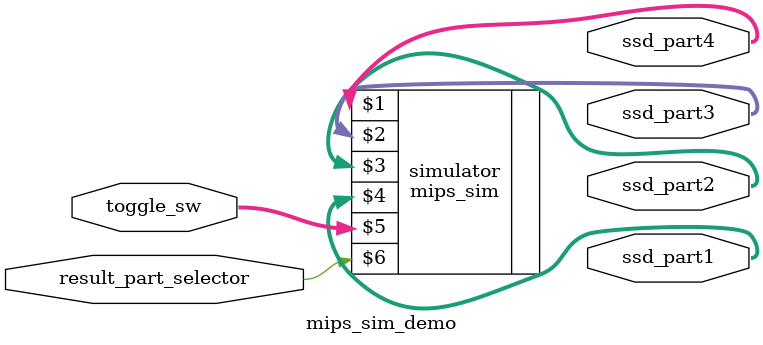
<source format=v>

module mips_sim_demo
(
// {ALTERA_ARGS_BEGIN} DO NOT REMOVE THIS LINE!

	result_part_selector,
	ssd_part1,
	ssd_part2,
	ssd_part3,
	ssd_part4,
	toggle_sw
// {ALTERA_ARGS_END} DO NOT REMOVE THIS LINE!

);

// {ALTERA_IO_BEGIN} DO NOT REMOVE THIS LINE!
input			result_part_selector;
output	[6:0]	ssd_part1;
output	[6:0]	ssd_part2;
output	[6:0]	ssd_part3;
output	[6:0]	ssd_part4;
input	[3:0]	toggle_sw;

	mips_sim simulator(ssd_part4, ssd_part3, ssd_part2, ssd_part1, toggle_sw, result_part_selector);

// {ALTERA_IO_END} DO NOT REMOVE THIS LINE!
// {ALTERA_MODULE_BEGIN} DO NOT REMOVE THIS LINE!
// {ALTERA_MODULE_END} DO NOT REMOVE THIS LINE!
endmodule

</source>
